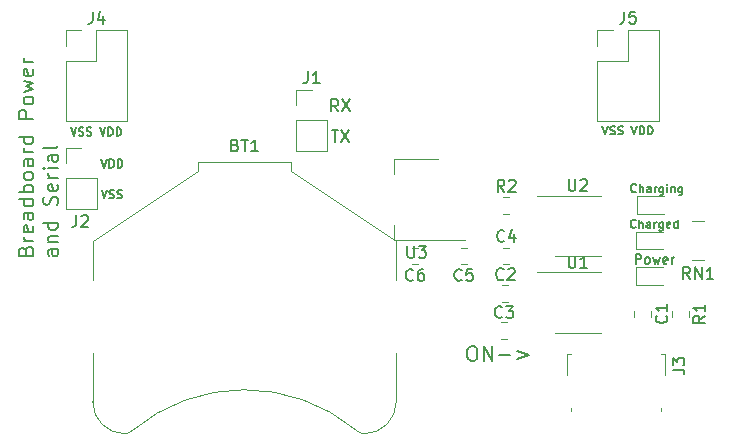
<source format=gbr>
G04 #@! TF.GenerationSoftware,KiCad,Pcbnew,5.1.2*
G04 #@! TF.CreationDate,2019-05-10T12:40:58-05:00*
G04 #@! TF.ProjectId,BreadboardPwr,42726561-6462-46f6-9172-645077722e6b,rev?*
G04 #@! TF.SameCoordinates,Original*
G04 #@! TF.FileFunction,Legend,Top*
G04 #@! TF.FilePolarity,Positive*
%FSLAX46Y46*%
G04 Gerber Fmt 4.6, Leading zero omitted, Abs format (unit mm)*
G04 Created by KiCad (PCBNEW 5.1.2) date 2019-05-10 12:40:58*
%MOMM*%
%LPD*%
G04 APERTURE LIST*
%ADD10C,0.150000*%
%ADD11C,0.200000*%
%ADD12C,0.120000*%
G04 APERTURE END LIST*
D10*
X142478571Y-123915476D02*
X142716666Y-123915476D01*
X142835714Y-123975000D01*
X142954761Y-124094047D01*
X143014285Y-124332142D01*
X143014285Y-124748809D01*
X142954761Y-124986904D01*
X142835714Y-125105952D01*
X142716666Y-125165476D01*
X142478571Y-125165476D01*
X142359523Y-125105952D01*
X142240476Y-124986904D01*
X142180952Y-124748809D01*
X142180952Y-124332142D01*
X142240476Y-124094047D01*
X142359523Y-123975000D01*
X142478571Y-123915476D01*
X143550000Y-125165476D02*
X143550000Y-123915476D01*
X144264285Y-125165476D01*
X144264285Y-123915476D01*
X144859523Y-124689285D02*
X145811904Y-124689285D01*
X146407142Y-124332142D02*
X147359523Y-124689285D01*
X146407142Y-125046428D01*
D11*
X104773214Y-115855714D02*
X104832738Y-115677142D01*
X104892261Y-115617619D01*
X105011309Y-115558095D01*
X105189880Y-115558095D01*
X105308928Y-115617619D01*
X105368452Y-115677142D01*
X105427976Y-115796190D01*
X105427976Y-116272380D01*
X104177976Y-116272380D01*
X104177976Y-115855714D01*
X104237500Y-115736666D01*
X104297023Y-115677142D01*
X104416071Y-115617619D01*
X104535119Y-115617619D01*
X104654166Y-115677142D01*
X104713690Y-115736666D01*
X104773214Y-115855714D01*
X104773214Y-116272380D01*
X105427976Y-115022380D02*
X104594642Y-115022380D01*
X104832738Y-115022380D02*
X104713690Y-114962857D01*
X104654166Y-114903333D01*
X104594642Y-114784285D01*
X104594642Y-114665238D01*
X105368452Y-113772380D02*
X105427976Y-113891428D01*
X105427976Y-114129523D01*
X105368452Y-114248571D01*
X105249404Y-114308095D01*
X104773214Y-114308095D01*
X104654166Y-114248571D01*
X104594642Y-114129523D01*
X104594642Y-113891428D01*
X104654166Y-113772380D01*
X104773214Y-113712857D01*
X104892261Y-113712857D01*
X105011309Y-114308095D01*
X105427976Y-112641428D02*
X104773214Y-112641428D01*
X104654166Y-112700952D01*
X104594642Y-112820000D01*
X104594642Y-113058095D01*
X104654166Y-113177142D01*
X105368452Y-112641428D02*
X105427976Y-112760476D01*
X105427976Y-113058095D01*
X105368452Y-113177142D01*
X105249404Y-113236666D01*
X105130357Y-113236666D01*
X105011309Y-113177142D01*
X104951785Y-113058095D01*
X104951785Y-112760476D01*
X104892261Y-112641428D01*
X105427976Y-111510476D02*
X104177976Y-111510476D01*
X105368452Y-111510476D02*
X105427976Y-111629523D01*
X105427976Y-111867619D01*
X105368452Y-111986666D01*
X105308928Y-112046190D01*
X105189880Y-112105714D01*
X104832738Y-112105714D01*
X104713690Y-112046190D01*
X104654166Y-111986666D01*
X104594642Y-111867619D01*
X104594642Y-111629523D01*
X104654166Y-111510476D01*
X105427976Y-110915238D02*
X104177976Y-110915238D01*
X104654166Y-110915238D02*
X104594642Y-110796190D01*
X104594642Y-110558095D01*
X104654166Y-110439047D01*
X104713690Y-110379523D01*
X104832738Y-110320000D01*
X105189880Y-110320000D01*
X105308928Y-110379523D01*
X105368452Y-110439047D01*
X105427976Y-110558095D01*
X105427976Y-110796190D01*
X105368452Y-110915238D01*
X105427976Y-109605714D02*
X105368452Y-109724761D01*
X105308928Y-109784285D01*
X105189880Y-109843809D01*
X104832738Y-109843809D01*
X104713690Y-109784285D01*
X104654166Y-109724761D01*
X104594642Y-109605714D01*
X104594642Y-109427142D01*
X104654166Y-109308095D01*
X104713690Y-109248571D01*
X104832738Y-109189047D01*
X105189880Y-109189047D01*
X105308928Y-109248571D01*
X105368452Y-109308095D01*
X105427976Y-109427142D01*
X105427976Y-109605714D01*
X105427976Y-108117619D02*
X104773214Y-108117619D01*
X104654166Y-108177142D01*
X104594642Y-108296190D01*
X104594642Y-108534285D01*
X104654166Y-108653333D01*
X105368452Y-108117619D02*
X105427976Y-108236666D01*
X105427976Y-108534285D01*
X105368452Y-108653333D01*
X105249404Y-108712857D01*
X105130357Y-108712857D01*
X105011309Y-108653333D01*
X104951785Y-108534285D01*
X104951785Y-108236666D01*
X104892261Y-108117619D01*
X105427976Y-107522380D02*
X104594642Y-107522380D01*
X104832738Y-107522380D02*
X104713690Y-107462857D01*
X104654166Y-107403333D01*
X104594642Y-107284285D01*
X104594642Y-107165238D01*
X105427976Y-106212857D02*
X104177976Y-106212857D01*
X105368452Y-106212857D02*
X105427976Y-106331904D01*
X105427976Y-106570000D01*
X105368452Y-106689047D01*
X105308928Y-106748571D01*
X105189880Y-106808095D01*
X104832738Y-106808095D01*
X104713690Y-106748571D01*
X104654166Y-106689047D01*
X104594642Y-106570000D01*
X104594642Y-106331904D01*
X104654166Y-106212857D01*
X105427976Y-104665238D02*
X104177976Y-104665238D01*
X104177976Y-104189047D01*
X104237500Y-104070000D01*
X104297023Y-104010476D01*
X104416071Y-103950952D01*
X104594642Y-103950952D01*
X104713690Y-104010476D01*
X104773214Y-104070000D01*
X104832738Y-104189047D01*
X104832738Y-104665238D01*
X105427976Y-103236666D02*
X105368452Y-103355714D01*
X105308928Y-103415238D01*
X105189880Y-103474761D01*
X104832738Y-103474761D01*
X104713690Y-103415238D01*
X104654166Y-103355714D01*
X104594642Y-103236666D01*
X104594642Y-103058095D01*
X104654166Y-102939047D01*
X104713690Y-102879523D01*
X104832738Y-102820000D01*
X105189880Y-102820000D01*
X105308928Y-102879523D01*
X105368452Y-102939047D01*
X105427976Y-103058095D01*
X105427976Y-103236666D01*
X104594642Y-102403333D02*
X105427976Y-102165238D01*
X104832738Y-101927142D01*
X105427976Y-101689047D01*
X104594642Y-101450952D01*
X105368452Y-100498571D02*
X105427976Y-100617619D01*
X105427976Y-100855714D01*
X105368452Y-100974761D01*
X105249404Y-101034285D01*
X104773214Y-101034285D01*
X104654166Y-100974761D01*
X104594642Y-100855714D01*
X104594642Y-100617619D01*
X104654166Y-100498571D01*
X104773214Y-100439047D01*
X104892261Y-100439047D01*
X105011309Y-101034285D01*
X105427976Y-99903333D02*
X104594642Y-99903333D01*
X104832738Y-99903333D02*
X104713690Y-99843809D01*
X104654166Y-99784285D01*
X104594642Y-99665238D01*
X104594642Y-99546190D01*
X107502976Y-115736666D02*
X106848214Y-115736666D01*
X106729166Y-115796190D01*
X106669642Y-115915238D01*
X106669642Y-116153333D01*
X106729166Y-116272380D01*
X107443452Y-115736666D02*
X107502976Y-115855714D01*
X107502976Y-116153333D01*
X107443452Y-116272380D01*
X107324404Y-116331904D01*
X107205357Y-116331904D01*
X107086309Y-116272380D01*
X107026785Y-116153333D01*
X107026785Y-115855714D01*
X106967261Y-115736666D01*
X106669642Y-115141428D02*
X107502976Y-115141428D01*
X106788690Y-115141428D02*
X106729166Y-115081904D01*
X106669642Y-114962857D01*
X106669642Y-114784285D01*
X106729166Y-114665238D01*
X106848214Y-114605714D01*
X107502976Y-114605714D01*
X107502976Y-113474761D02*
X106252976Y-113474761D01*
X107443452Y-113474761D02*
X107502976Y-113593809D01*
X107502976Y-113831904D01*
X107443452Y-113950952D01*
X107383928Y-114010476D01*
X107264880Y-114070000D01*
X106907738Y-114070000D01*
X106788690Y-114010476D01*
X106729166Y-113950952D01*
X106669642Y-113831904D01*
X106669642Y-113593809D01*
X106729166Y-113474761D01*
X107443452Y-111986666D02*
X107502976Y-111808095D01*
X107502976Y-111510476D01*
X107443452Y-111391428D01*
X107383928Y-111331904D01*
X107264880Y-111272380D01*
X107145833Y-111272380D01*
X107026785Y-111331904D01*
X106967261Y-111391428D01*
X106907738Y-111510476D01*
X106848214Y-111748571D01*
X106788690Y-111867619D01*
X106729166Y-111927142D01*
X106610119Y-111986666D01*
X106491071Y-111986666D01*
X106372023Y-111927142D01*
X106312500Y-111867619D01*
X106252976Y-111748571D01*
X106252976Y-111450952D01*
X106312500Y-111272380D01*
X107443452Y-110260476D02*
X107502976Y-110379523D01*
X107502976Y-110617619D01*
X107443452Y-110736666D01*
X107324404Y-110796190D01*
X106848214Y-110796190D01*
X106729166Y-110736666D01*
X106669642Y-110617619D01*
X106669642Y-110379523D01*
X106729166Y-110260476D01*
X106848214Y-110200952D01*
X106967261Y-110200952D01*
X107086309Y-110796190D01*
X107502976Y-109665238D02*
X106669642Y-109665238D01*
X106907738Y-109665238D02*
X106788690Y-109605714D01*
X106729166Y-109546190D01*
X106669642Y-109427142D01*
X106669642Y-109308095D01*
X107502976Y-108891428D02*
X106669642Y-108891428D01*
X106252976Y-108891428D02*
X106312500Y-108950952D01*
X106372023Y-108891428D01*
X106312500Y-108831904D01*
X106252976Y-108891428D01*
X106372023Y-108891428D01*
X107502976Y-107760476D02*
X106848214Y-107760476D01*
X106729166Y-107820000D01*
X106669642Y-107939047D01*
X106669642Y-108177142D01*
X106729166Y-108296190D01*
X107443452Y-107760476D02*
X107502976Y-107879523D01*
X107502976Y-108177142D01*
X107443452Y-108296190D01*
X107324404Y-108355714D01*
X107205357Y-108355714D01*
X107086309Y-108296190D01*
X107026785Y-108177142D01*
X107026785Y-107879523D01*
X106967261Y-107760476D01*
X107502976Y-106986666D02*
X107443452Y-107105714D01*
X107324404Y-107165238D01*
X106252976Y-107165238D01*
D10*
X111200000Y-110716666D02*
X111433333Y-111416666D01*
X111666666Y-110716666D01*
X111866666Y-111383333D02*
X111966666Y-111416666D01*
X112133333Y-111416666D01*
X112200000Y-111383333D01*
X112233333Y-111350000D01*
X112266666Y-111283333D01*
X112266666Y-111216666D01*
X112233333Y-111150000D01*
X112200000Y-111116666D01*
X112133333Y-111083333D01*
X112000000Y-111050000D01*
X111933333Y-111016666D01*
X111900000Y-110983333D01*
X111866666Y-110916666D01*
X111866666Y-110850000D01*
X111900000Y-110783333D01*
X111933333Y-110750000D01*
X112000000Y-110716666D01*
X112166666Y-110716666D01*
X112266666Y-110750000D01*
X112533333Y-111383333D02*
X112633333Y-111416666D01*
X112800000Y-111416666D01*
X112866666Y-111383333D01*
X112900000Y-111350000D01*
X112933333Y-111283333D01*
X112933333Y-111216666D01*
X112900000Y-111150000D01*
X112866666Y-111116666D01*
X112800000Y-111083333D01*
X112666666Y-111050000D01*
X112600000Y-111016666D01*
X112566666Y-110983333D01*
X112533333Y-110916666D01*
X112533333Y-110850000D01*
X112566666Y-110783333D01*
X112600000Y-110750000D01*
X112666666Y-110716666D01*
X112833333Y-110716666D01*
X112933333Y-110750000D01*
X111166666Y-108116666D02*
X111400000Y-108816666D01*
X111633333Y-108116666D01*
X111866666Y-108816666D02*
X111866666Y-108116666D01*
X112033333Y-108116666D01*
X112133333Y-108150000D01*
X112200000Y-108216666D01*
X112233333Y-108283333D01*
X112266666Y-108416666D01*
X112266666Y-108516666D01*
X112233333Y-108650000D01*
X112200000Y-108716666D01*
X112133333Y-108783333D01*
X112033333Y-108816666D01*
X111866666Y-108816666D01*
X112566666Y-108816666D02*
X112566666Y-108116666D01*
X112733333Y-108116666D01*
X112833333Y-108150000D01*
X112900000Y-108216666D01*
X112933333Y-108283333D01*
X112966666Y-108416666D01*
X112966666Y-108516666D01*
X112933333Y-108650000D01*
X112900000Y-108716666D01*
X112833333Y-108783333D01*
X112733333Y-108816666D01*
X112566666Y-108816666D01*
X111066666Y-105416666D02*
X111300000Y-106116666D01*
X111533333Y-105416666D01*
X111766666Y-106116666D02*
X111766666Y-105416666D01*
X111933333Y-105416666D01*
X112033333Y-105450000D01*
X112100000Y-105516666D01*
X112133333Y-105583333D01*
X112166666Y-105716666D01*
X112166666Y-105816666D01*
X112133333Y-105950000D01*
X112100000Y-106016666D01*
X112033333Y-106083333D01*
X111933333Y-106116666D01*
X111766666Y-106116666D01*
X112466666Y-106116666D02*
X112466666Y-105416666D01*
X112633333Y-105416666D01*
X112733333Y-105450000D01*
X112800000Y-105516666D01*
X112833333Y-105583333D01*
X112866666Y-105716666D01*
X112866666Y-105816666D01*
X112833333Y-105950000D01*
X112800000Y-106016666D01*
X112733333Y-106083333D01*
X112633333Y-106116666D01*
X112466666Y-106116666D01*
X108600000Y-105416666D02*
X108833333Y-106116666D01*
X109066666Y-105416666D01*
X109266666Y-106083333D02*
X109366666Y-106116666D01*
X109533333Y-106116666D01*
X109600000Y-106083333D01*
X109633333Y-106050000D01*
X109666666Y-105983333D01*
X109666666Y-105916666D01*
X109633333Y-105850000D01*
X109600000Y-105816666D01*
X109533333Y-105783333D01*
X109400000Y-105750000D01*
X109333333Y-105716666D01*
X109300000Y-105683333D01*
X109266666Y-105616666D01*
X109266666Y-105550000D01*
X109300000Y-105483333D01*
X109333333Y-105450000D01*
X109400000Y-105416666D01*
X109566666Y-105416666D01*
X109666666Y-105450000D01*
X109933333Y-106083333D02*
X110033333Y-106116666D01*
X110200000Y-106116666D01*
X110266666Y-106083333D01*
X110300000Y-106050000D01*
X110333333Y-105983333D01*
X110333333Y-105916666D01*
X110300000Y-105850000D01*
X110266666Y-105816666D01*
X110200000Y-105783333D01*
X110066666Y-105750000D01*
X110000000Y-105716666D01*
X109966666Y-105683333D01*
X109933333Y-105616666D01*
X109933333Y-105550000D01*
X109966666Y-105483333D01*
X110000000Y-105450000D01*
X110066666Y-105416666D01*
X110233333Y-105416666D01*
X110333333Y-105450000D01*
X156066666Y-105316666D02*
X156300000Y-106016666D01*
X156533333Y-105316666D01*
X156766666Y-106016666D02*
X156766666Y-105316666D01*
X156933333Y-105316666D01*
X157033333Y-105350000D01*
X157100000Y-105416666D01*
X157133333Y-105483333D01*
X157166666Y-105616666D01*
X157166666Y-105716666D01*
X157133333Y-105850000D01*
X157100000Y-105916666D01*
X157033333Y-105983333D01*
X156933333Y-106016666D01*
X156766666Y-106016666D01*
X157466666Y-106016666D02*
X157466666Y-105316666D01*
X157633333Y-105316666D01*
X157733333Y-105350000D01*
X157800000Y-105416666D01*
X157833333Y-105483333D01*
X157866666Y-105616666D01*
X157866666Y-105716666D01*
X157833333Y-105850000D01*
X157800000Y-105916666D01*
X157733333Y-105983333D01*
X157633333Y-106016666D01*
X157466666Y-106016666D01*
X153600000Y-105316666D02*
X153833333Y-106016666D01*
X154066666Y-105316666D01*
X154266666Y-105983333D02*
X154366666Y-106016666D01*
X154533333Y-106016666D01*
X154600000Y-105983333D01*
X154633333Y-105950000D01*
X154666666Y-105883333D01*
X154666666Y-105816666D01*
X154633333Y-105750000D01*
X154600000Y-105716666D01*
X154533333Y-105683333D01*
X154400000Y-105650000D01*
X154333333Y-105616666D01*
X154300000Y-105583333D01*
X154266666Y-105516666D01*
X154266666Y-105450000D01*
X154300000Y-105383333D01*
X154333333Y-105350000D01*
X154400000Y-105316666D01*
X154566666Y-105316666D01*
X154666666Y-105350000D01*
X154933333Y-105983333D02*
X155033333Y-106016666D01*
X155200000Y-106016666D01*
X155266666Y-105983333D01*
X155300000Y-105950000D01*
X155333333Y-105883333D01*
X155333333Y-105816666D01*
X155300000Y-105750000D01*
X155266666Y-105716666D01*
X155200000Y-105683333D01*
X155066666Y-105650000D01*
X155000000Y-105616666D01*
X154966666Y-105583333D01*
X154933333Y-105516666D01*
X154933333Y-105450000D01*
X154966666Y-105383333D01*
X155000000Y-105350000D01*
X155066666Y-105316666D01*
X155233333Y-105316666D01*
X155333333Y-105350000D01*
X156450000Y-110850000D02*
X156416666Y-110883333D01*
X156316666Y-110916666D01*
X156250000Y-110916666D01*
X156150000Y-110883333D01*
X156083333Y-110816666D01*
X156050000Y-110750000D01*
X156016666Y-110616666D01*
X156016666Y-110516666D01*
X156050000Y-110383333D01*
X156083333Y-110316666D01*
X156150000Y-110250000D01*
X156250000Y-110216666D01*
X156316666Y-110216666D01*
X156416666Y-110250000D01*
X156450000Y-110283333D01*
X156750000Y-110916666D02*
X156750000Y-110216666D01*
X157050000Y-110916666D02*
X157050000Y-110550000D01*
X157016666Y-110483333D01*
X156950000Y-110450000D01*
X156850000Y-110450000D01*
X156783333Y-110483333D01*
X156750000Y-110516666D01*
X157683333Y-110916666D02*
X157683333Y-110550000D01*
X157650000Y-110483333D01*
X157583333Y-110450000D01*
X157450000Y-110450000D01*
X157383333Y-110483333D01*
X157683333Y-110883333D02*
X157616666Y-110916666D01*
X157450000Y-110916666D01*
X157383333Y-110883333D01*
X157350000Y-110816666D01*
X157350000Y-110750000D01*
X157383333Y-110683333D01*
X157450000Y-110650000D01*
X157616666Y-110650000D01*
X157683333Y-110616666D01*
X158016666Y-110916666D02*
X158016666Y-110450000D01*
X158016666Y-110583333D02*
X158050000Y-110516666D01*
X158083333Y-110483333D01*
X158150000Y-110450000D01*
X158216666Y-110450000D01*
X158750000Y-110450000D02*
X158750000Y-111016666D01*
X158716666Y-111083333D01*
X158683333Y-111116666D01*
X158616666Y-111150000D01*
X158516666Y-111150000D01*
X158450000Y-111116666D01*
X158750000Y-110883333D02*
X158683333Y-110916666D01*
X158550000Y-110916666D01*
X158483333Y-110883333D01*
X158450000Y-110850000D01*
X158416666Y-110783333D01*
X158416666Y-110583333D01*
X158450000Y-110516666D01*
X158483333Y-110483333D01*
X158550000Y-110450000D01*
X158683333Y-110450000D01*
X158750000Y-110483333D01*
X159083333Y-110916666D02*
X159083333Y-110450000D01*
X159083333Y-110216666D02*
X159050000Y-110250000D01*
X159083333Y-110283333D01*
X159116666Y-110250000D01*
X159083333Y-110216666D01*
X159083333Y-110283333D01*
X159416666Y-110450000D02*
X159416666Y-110916666D01*
X159416666Y-110516666D02*
X159450000Y-110483333D01*
X159516666Y-110450000D01*
X159616666Y-110450000D01*
X159683333Y-110483333D01*
X159716666Y-110550000D01*
X159716666Y-110916666D01*
X160350000Y-110450000D02*
X160350000Y-111016666D01*
X160316666Y-111083333D01*
X160283333Y-111116666D01*
X160216666Y-111150000D01*
X160116666Y-111150000D01*
X160050000Y-111116666D01*
X160350000Y-110883333D02*
X160283333Y-110916666D01*
X160150000Y-110916666D01*
X160083333Y-110883333D01*
X160050000Y-110850000D01*
X160016666Y-110783333D01*
X160016666Y-110583333D01*
X160050000Y-110516666D01*
X160083333Y-110483333D01*
X160150000Y-110450000D01*
X160283333Y-110450000D01*
X160350000Y-110483333D01*
X156433333Y-113850000D02*
X156400000Y-113883333D01*
X156300000Y-113916666D01*
X156233333Y-113916666D01*
X156133333Y-113883333D01*
X156066666Y-113816666D01*
X156033333Y-113750000D01*
X156000000Y-113616666D01*
X156000000Y-113516666D01*
X156033333Y-113383333D01*
X156066666Y-113316666D01*
X156133333Y-113250000D01*
X156233333Y-113216666D01*
X156300000Y-113216666D01*
X156400000Y-113250000D01*
X156433333Y-113283333D01*
X156733333Y-113916666D02*
X156733333Y-113216666D01*
X157033333Y-113916666D02*
X157033333Y-113550000D01*
X157000000Y-113483333D01*
X156933333Y-113450000D01*
X156833333Y-113450000D01*
X156766666Y-113483333D01*
X156733333Y-113516666D01*
X157666666Y-113916666D02*
X157666666Y-113550000D01*
X157633333Y-113483333D01*
X157566666Y-113450000D01*
X157433333Y-113450000D01*
X157366666Y-113483333D01*
X157666666Y-113883333D02*
X157600000Y-113916666D01*
X157433333Y-113916666D01*
X157366666Y-113883333D01*
X157333333Y-113816666D01*
X157333333Y-113750000D01*
X157366666Y-113683333D01*
X157433333Y-113650000D01*
X157600000Y-113650000D01*
X157666666Y-113616666D01*
X158000000Y-113916666D02*
X158000000Y-113450000D01*
X158000000Y-113583333D02*
X158033333Y-113516666D01*
X158066666Y-113483333D01*
X158133333Y-113450000D01*
X158200000Y-113450000D01*
X158733333Y-113450000D02*
X158733333Y-114016666D01*
X158700000Y-114083333D01*
X158666666Y-114116666D01*
X158600000Y-114150000D01*
X158500000Y-114150000D01*
X158433333Y-114116666D01*
X158733333Y-113883333D02*
X158666666Y-113916666D01*
X158533333Y-113916666D01*
X158466666Y-113883333D01*
X158433333Y-113850000D01*
X158400000Y-113783333D01*
X158400000Y-113583333D01*
X158433333Y-113516666D01*
X158466666Y-113483333D01*
X158533333Y-113450000D01*
X158666666Y-113450000D01*
X158733333Y-113483333D01*
X159333333Y-113883333D02*
X159266666Y-113916666D01*
X159133333Y-113916666D01*
X159066666Y-113883333D01*
X159033333Y-113816666D01*
X159033333Y-113550000D01*
X159066666Y-113483333D01*
X159133333Y-113450000D01*
X159266666Y-113450000D01*
X159333333Y-113483333D01*
X159366666Y-113550000D01*
X159366666Y-113616666D01*
X159033333Y-113683333D01*
X159966666Y-113916666D02*
X159966666Y-113216666D01*
X159966666Y-113883333D02*
X159900000Y-113916666D01*
X159766666Y-113916666D01*
X159700000Y-113883333D01*
X159666666Y-113850000D01*
X159633333Y-113783333D01*
X159633333Y-113583333D01*
X159666666Y-113516666D01*
X159700000Y-113483333D01*
X159766666Y-113450000D01*
X159900000Y-113450000D01*
X159966666Y-113483333D01*
X156419047Y-116961904D02*
X156419047Y-116161904D01*
X156723809Y-116161904D01*
X156800000Y-116200000D01*
X156838095Y-116238095D01*
X156876190Y-116314285D01*
X156876190Y-116428571D01*
X156838095Y-116504761D01*
X156800000Y-116542857D01*
X156723809Y-116580952D01*
X156419047Y-116580952D01*
X157333333Y-116961904D02*
X157257142Y-116923809D01*
X157219047Y-116885714D01*
X157180952Y-116809523D01*
X157180952Y-116580952D01*
X157219047Y-116504761D01*
X157257142Y-116466666D01*
X157333333Y-116428571D01*
X157447619Y-116428571D01*
X157523809Y-116466666D01*
X157561904Y-116504761D01*
X157600000Y-116580952D01*
X157600000Y-116809523D01*
X157561904Y-116885714D01*
X157523809Y-116923809D01*
X157447619Y-116961904D01*
X157333333Y-116961904D01*
X157866666Y-116428571D02*
X158019047Y-116961904D01*
X158171428Y-116580952D01*
X158323809Y-116961904D01*
X158476190Y-116428571D01*
X159085714Y-116923809D02*
X159009523Y-116961904D01*
X158857142Y-116961904D01*
X158780952Y-116923809D01*
X158742857Y-116847619D01*
X158742857Y-116542857D01*
X158780952Y-116466666D01*
X158857142Y-116428571D01*
X159009523Y-116428571D01*
X159085714Y-116466666D01*
X159123809Y-116542857D01*
X159123809Y-116619047D01*
X158742857Y-116695238D01*
X159466666Y-116961904D02*
X159466666Y-116428571D01*
X159466666Y-116580952D02*
X159504761Y-116504761D01*
X159542857Y-116466666D01*
X159619047Y-116428571D01*
X159695238Y-116428571D01*
X130688095Y-105652380D02*
X131259523Y-105652380D01*
X130973809Y-106652380D02*
X130973809Y-105652380D01*
X131497619Y-105652380D02*
X132164285Y-106652380D01*
X132164285Y-105652380D02*
X131497619Y-106652380D01*
X131233333Y-104052380D02*
X130900000Y-103576190D01*
X130661904Y-104052380D02*
X130661904Y-103052380D01*
X131042857Y-103052380D01*
X131138095Y-103100000D01*
X131185714Y-103147619D01*
X131233333Y-103242857D01*
X131233333Y-103385714D01*
X131185714Y-103480952D01*
X131138095Y-103528571D01*
X131042857Y-103576190D01*
X130661904Y-103576190D01*
X131566666Y-103052380D02*
X132233333Y-104052380D01*
X132233333Y-103052380D02*
X131566666Y-104052380D01*
D12*
X158800000Y-111265000D02*
X156515000Y-111265000D01*
X156515000Y-111265000D02*
X156515000Y-112735000D01*
X156515000Y-112735000D02*
X158800000Y-112735000D01*
X156477500Y-115735000D02*
X158762500Y-115735000D01*
X156477500Y-114265000D02*
X156477500Y-115735000D01*
X158762500Y-114265000D02*
X156477500Y-114265000D01*
X158762500Y-117265000D02*
X156477500Y-117265000D01*
X156477500Y-117265000D02*
X156477500Y-118735000D01*
X156477500Y-118735000D02*
X158762500Y-118735000D01*
X108170000Y-104910000D02*
X113370000Y-104910000D01*
X108170000Y-99770000D02*
X108170000Y-104910000D01*
X113370000Y-97170000D02*
X113370000Y-104910000D01*
X108170000Y-99770000D02*
X110770000Y-99770000D01*
X110770000Y-99770000D02*
X110770000Y-97170000D01*
X110770000Y-97170000D02*
X113370000Y-97170000D01*
X108170000Y-98500000D02*
X108170000Y-97170000D01*
X108170000Y-97170000D02*
X109500000Y-97170000D01*
X153170000Y-97170000D02*
X154500000Y-97170000D01*
X153170000Y-98500000D02*
X153170000Y-97170000D01*
X155770000Y-97170000D02*
X158370000Y-97170000D01*
X155770000Y-99770000D02*
X155770000Y-97170000D01*
X153170000Y-99770000D02*
X155770000Y-99770000D01*
X158370000Y-97170000D02*
X158370000Y-104910000D01*
X153170000Y-99770000D02*
X153170000Y-104910000D01*
X153170000Y-104910000D02*
X158370000Y-104910000D01*
X161200000Y-113320000D02*
X162200000Y-113320000D01*
X161200000Y-116680000D02*
X162200000Y-116680000D01*
X132740444Y-131038071D02*
G75*
G03X113750000Y-131130000I-9440444J-11361929D01*
G01*
X132778249Y-131071751D02*
G75*
G03X133450000Y-131350000I671751J671751D01*
G01*
X113821751Y-131071751D02*
G75*
G02X113150000Y-131350000I-671751J671751D01*
G01*
X110450000Y-128650000D02*
G75*
G03X113150000Y-131350000I2700000J0D01*
G01*
X136150000Y-128650000D02*
G75*
G02X133450000Y-131350000I-2700000J0D01*
G01*
X136150000Y-124500000D02*
X136150000Y-128700000D01*
X110450000Y-124500000D02*
X110450000Y-128700000D01*
X136150000Y-115000000D02*
X136150000Y-118300000D01*
X127250000Y-109150000D02*
X136150000Y-115000000D01*
X127250000Y-108350000D02*
X127250000Y-109150000D01*
X119350000Y-108350000D02*
X127250000Y-108350000D01*
X119350000Y-108350000D02*
X119350000Y-109150000D01*
X119350000Y-109150000D02*
X110450000Y-115000000D01*
X110450000Y-115000000D02*
X110450000Y-118300000D01*
X157710000Y-120928922D02*
X157710000Y-121446078D01*
X156290000Y-120928922D02*
X156290000Y-121446078D01*
X145596078Y-118790000D02*
X145078922Y-118790000D01*
X145596078Y-120210000D02*
X145078922Y-120210000D01*
X145003922Y-121890000D02*
X145521078Y-121890000D01*
X145003922Y-123310000D02*
X145521078Y-123310000D01*
X145203922Y-117010000D02*
X145721078Y-117010000D01*
X145203922Y-115590000D02*
X145721078Y-115590000D01*
X142121078Y-115590000D02*
X141603922Y-115590000D01*
X142121078Y-117010000D02*
X141603922Y-117010000D01*
X137996078Y-117010000D02*
X137478922Y-117010000D01*
X137996078Y-115590000D02*
X137478922Y-115590000D01*
X127670000Y-107430000D02*
X130330000Y-107430000D01*
X127670000Y-104830000D02*
X127670000Y-107430000D01*
X130330000Y-104830000D02*
X130330000Y-107430000D01*
X127670000Y-104830000D02*
X130330000Y-104830000D01*
X127670000Y-103560000D02*
X127670000Y-102230000D01*
X127670000Y-102230000D02*
X129000000Y-102230000D01*
X108170000Y-107130000D02*
X109500000Y-107130000D01*
X108170000Y-108460000D02*
X108170000Y-107130000D01*
X108170000Y-109730000D02*
X110830000Y-109730000D01*
X110830000Y-109730000D02*
X110830000Y-112330000D01*
X108170000Y-109730000D02*
X108170000Y-112330000D01*
X108170000Y-112330000D02*
X110830000Y-112330000D01*
X150940000Y-129400000D02*
X150940000Y-129140000D01*
X150590000Y-126360000D02*
X150590000Y-124590000D01*
X150590000Y-124590000D02*
X150970000Y-124590000D01*
X158910000Y-124590000D02*
X158910000Y-126360000D01*
X158560000Y-129140000D02*
X158560000Y-129400000D01*
X158910000Y-124590000D02*
X158530000Y-124590000D01*
X160910000Y-120941422D02*
X160910000Y-121458578D01*
X159490000Y-120941422D02*
X159490000Y-121458578D01*
X145721078Y-111290000D02*
X145203922Y-111290000D01*
X145721078Y-112710000D02*
X145203922Y-112710000D01*
X151500000Y-122810000D02*
X153450000Y-122810000D01*
X151500000Y-122810000D02*
X149550000Y-122810000D01*
X151500000Y-117690000D02*
X153450000Y-117690000D01*
X151500000Y-117690000D02*
X148050000Y-117690000D01*
X151500000Y-116310000D02*
X153450000Y-116310000D01*
X151500000Y-116310000D02*
X149550000Y-116310000D01*
X151500000Y-111190000D02*
X153450000Y-111190000D01*
X151500000Y-111190000D02*
X148050000Y-111190000D01*
X135940000Y-108090000D02*
X135940000Y-109350000D01*
X135940000Y-114910000D02*
X135940000Y-113650000D01*
X139700000Y-108090000D02*
X135940000Y-108090000D01*
X141950000Y-114910000D02*
X135940000Y-114910000D01*
D10*
X110436666Y-95622380D02*
X110436666Y-96336666D01*
X110389047Y-96479523D01*
X110293809Y-96574761D01*
X110150952Y-96622380D01*
X110055714Y-96622380D01*
X111341428Y-95955714D02*
X111341428Y-96622380D01*
X111103333Y-95574761D02*
X110865238Y-96289047D01*
X111484285Y-96289047D01*
X155436666Y-95622380D02*
X155436666Y-96336666D01*
X155389047Y-96479523D01*
X155293809Y-96574761D01*
X155150952Y-96622380D01*
X155055714Y-96622380D01*
X156389047Y-95622380D02*
X155912857Y-95622380D01*
X155865238Y-96098571D01*
X155912857Y-96050952D01*
X156008095Y-96003333D01*
X156246190Y-96003333D01*
X156341428Y-96050952D01*
X156389047Y-96098571D01*
X156436666Y-96193809D01*
X156436666Y-96431904D01*
X156389047Y-96527142D01*
X156341428Y-96574761D01*
X156246190Y-96622380D01*
X156008095Y-96622380D01*
X155912857Y-96574761D01*
X155865238Y-96527142D01*
X161009523Y-118252380D02*
X160676190Y-117776190D01*
X160438095Y-118252380D02*
X160438095Y-117252380D01*
X160819047Y-117252380D01*
X160914285Y-117300000D01*
X160961904Y-117347619D01*
X161009523Y-117442857D01*
X161009523Y-117585714D01*
X160961904Y-117680952D01*
X160914285Y-117728571D01*
X160819047Y-117776190D01*
X160438095Y-117776190D01*
X161438095Y-118252380D02*
X161438095Y-117252380D01*
X162009523Y-118252380D01*
X162009523Y-117252380D01*
X163009523Y-118252380D02*
X162438095Y-118252380D01*
X162723809Y-118252380D02*
X162723809Y-117252380D01*
X162628571Y-117395238D01*
X162533333Y-117490476D01*
X162438095Y-117538095D01*
X122514285Y-106928571D02*
X122657142Y-106976190D01*
X122704761Y-107023809D01*
X122752380Y-107119047D01*
X122752380Y-107261904D01*
X122704761Y-107357142D01*
X122657142Y-107404761D01*
X122561904Y-107452380D01*
X122180952Y-107452380D01*
X122180952Y-106452380D01*
X122514285Y-106452380D01*
X122609523Y-106500000D01*
X122657142Y-106547619D01*
X122704761Y-106642857D01*
X122704761Y-106738095D01*
X122657142Y-106833333D01*
X122609523Y-106880952D01*
X122514285Y-106928571D01*
X122180952Y-106928571D01*
X123038095Y-106452380D02*
X123609523Y-106452380D01*
X123323809Y-107452380D02*
X123323809Y-106452380D01*
X124466666Y-107452380D02*
X123895238Y-107452380D01*
X124180952Y-107452380D02*
X124180952Y-106452380D01*
X124085714Y-106595238D01*
X123990476Y-106690476D01*
X123895238Y-106738095D01*
X159007142Y-121354166D02*
X159054761Y-121401785D01*
X159102380Y-121544642D01*
X159102380Y-121639880D01*
X159054761Y-121782738D01*
X158959523Y-121877976D01*
X158864285Y-121925595D01*
X158673809Y-121973214D01*
X158530952Y-121973214D01*
X158340476Y-121925595D01*
X158245238Y-121877976D01*
X158150000Y-121782738D01*
X158102380Y-121639880D01*
X158102380Y-121544642D01*
X158150000Y-121401785D01*
X158197619Y-121354166D01*
X159102380Y-120401785D02*
X159102380Y-120973214D01*
X159102380Y-120687500D02*
X158102380Y-120687500D01*
X158245238Y-120782738D01*
X158340476Y-120877976D01*
X158388095Y-120973214D01*
X145233333Y-118257142D02*
X145185714Y-118304761D01*
X145042857Y-118352380D01*
X144947619Y-118352380D01*
X144804761Y-118304761D01*
X144709523Y-118209523D01*
X144661904Y-118114285D01*
X144614285Y-117923809D01*
X144614285Y-117780952D01*
X144661904Y-117590476D01*
X144709523Y-117495238D01*
X144804761Y-117400000D01*
X144947619Y-117352380D01*
X145042857Y-117352380D01*
X145185714Y-117400000D01*
X145233333Y-117447619D01*
X145614285Y-117447619D02*
X145661904Y-117400000D01*
X145757142Y-117352380D01*
X145995238Y-117352380D01*
X146090476Y-117400000D01*
X146138095Y-117447619D01*
X146185714Y-117542857D01*
X146185714Y-117638095D01*
X146138095Y-117780952D01*
X145566666Y-118352380D01*
X146185714Y-118352380D01*
X145095833Y-121457142D02*
X145048214Y-121504761D01*
X144905357Y-121552380D01*
X144810119Y-121552380D01*
X144667261Y-121504761D01*
X144572023Y-121409523D01*
X144524404Y-121314285D01*
X144476785Y-121123809D01*
X144476785Y-120980952D01*
X144524404Y-120790476D01*
X144572023Y-120695238D01*
X144667261Y-120600000D01*
X144810119Y-120552380D01*
X144905357Y-120552380D01*
X145048214Y-120600000D01*
X145095833Y-120647619D01*
X145429166Y-120552380D02*
X146048214Y-120552380D01*
X145714880Y-120933333D01*
X145857738Y-120933333D01*
X145952976Y-120980952D01*
X146000595Y-121028571D01*
X146048214Y-121123809D01*
X146048214Y-121361904D01*
X146000595Y-121457142D01*
X145952976Y-121504761D01*
X145857738Y-121552380D01*
X145572023Y-121552380D01*
X145476785Y-121504761D01*
X145429166Y-121457142D01*
X145295833Y-115007142D02*
X145248214Y-115054761D01*
X145105357Y-115102380D01*
X145010119Y-115102380D01*
X144867261Y-115054761D01*
X144772023Y-114959523D01*
X144724404Y-114864285D01*
X144676785Y-114673809D01*
X144676785Y-114530952D01*
X144724404Y-114340476D01*
X144772023Y-114245238D01*
X144867261Y-114150000D01*
X145010119Y-114102380D01*
X145105357Y-114102380D01*
X145248214Y-114150000D01*
X145295833Y-114197619D01*
X146152976Y-114435714D02*
X146152976Y-115102380D01*
X145914880Y-114054761D02*
X145676785Y-114769047D01*
X146295833Y-114769047D01*
X141695833Y-118307142D02*
X141648214Y-118354761D01*
X141505357Y-118402380D01*
X141410119Y-118402380D01*
X141267261Y-118354761D01*
X141172023Y-118259523D01*
X141124404Y-118164285D01*
X141076785Y-117973809D01*
X141076785Y-117830952D01*
X141124404Y-117640476D01*
X141172023Y-117545238D01*
X141267261Y-117450000D01*
X141410119Y-117402380D01*
X141505357Y-117402380D01*
X141648214Y-117450000D01*
X141695833Y-117497619D01*
X142600595Y-117402380D02*
X142124404Y-117402380D01*
X142076785Y-117878571D01*
X142124404Y-117830952D01*
X142219642Y-117783333D01*
X142457738Y-117783333D01*
X142552976Y-117830952D01*
X142600595Y-117878571D01*
X142648214Y-117973809D01*
X142648214Y-118211904D01*
X142600595Y-118307142D01*
X142552976Y-118354761D01*
X142457738Y-118402380D01*
X142219642Y-118402380D01*
X142124404Y-118354761D01*
X142076785Y-118307142D01*
X137570833Y-118307142D02*
X137523214Y-118354761D01*
X137380357Y-118402380D01*
X137285119Y-118402380D01*
X137142261Y-118354761D01*
X137047023Y-118259523D01*
X136999404Y-118164285D01*
X136951785Y-117973809D01*
X136951785Y-117830952D01*
X136999404Y-117640476D01*
X137047023Y-117545238D01*
X137142261Y-117450000D01*
X137285119Y-117402380D01*
X137380357Y-117402380D01*
X137523214Y-117450000D01*
X137570833Y-117497619D01*
X138427976Y-117402380D02*
X138237500Y-117402380D01*
X138142261Y-117450000D01*
X138094642Y-117497619D01*
X137999404Y-117640476D01*
X137951785Y-117830952D01*
X137951785Y-118211904D01*
X137999404Y-118307142D01*
X138047023Y-118354761D01*
X138142261Y-118402380D01*
X138332738Y-118402380D01*
X138427976Y-118354761D01*
X138475595Y-118307142D01*
X138523214Y-118211904D01*
X138523214Y-117973809D01*
X138475595Y-117878571D01*
X138427976Y-117830952D01*
X138332738Y-117783333D01*
X138142261Y-117783333D01*
X138047023Y-117830952D01*
X137999404Y-117878571D01*
X137951785Y-117973809D01*
X128666666Y-100682380D02*
X128666666Y-101396666D01*
X128619047Y-101539523D01*
X128523809Y-101634761D01*
X128380952Y-101682380D01*
X128285714Y-101682380D01*
X129666666Y-101682380D02*
X129095238Y-101682380D01*
X129380952Y-101682380D02*
X129380952Y-100682380D01*
X129285714Y-100825238D01*
X129190476Y-100920476D01*
X129095238Y-100968095D01*
X109066666Y-112852380D02*
X109066666Y-113566666D01*
X109019047Y-113709523D01*
X108923809Y-113804761D01*
X108780952Y-113852380D01*
X108685714Y-113852380D01*
X109495238Y-112947619D02*
X109542857Y-112900000D01*
X109638095Y-112852380D01*
X109876190Y-112852380D01*
X109971428Y-112900000D01*
X110019047Y-112947619D01*
X110066666Y-113042857D01*
X110066666Y-113138095D01*
X110019047Y-113280952D01*
X109447619Y-113852380D01*
X110066666Y-113852380D01*
X159552380Y-125933333D02*
X160266666Y-125933333D01*
X160409523Y-125980952D01*
X160504761Y-126076190D01*
X160552380Y-126219047D01*
X160552380Y-126314285D01*
X159552380Y-125552380D02*
X159552380Y-124933333D01*
X159933333Y-125266666D01*
X159933333Y-125123809D01*
X159980952Y-125028571D01*
X160028571Y-124980952D01*
X160123809Y-124933333D01*
X160361904Y-124933333D01*
X160457142Y-124980952D01*
X160504761Y-125028571D01*
X160552380Y-125123809D01*
X160552380Y-125409523D01*
X160504761Y-125504761D01*
X160457142Y-125552380D01*
X162302380Y-121366666D02*
X161826190Y-121700000D01*
X162302380Y-121938095D02*
X161302380Y-121938095D01*
X161302380Y-121557142D01*
X161350000Y-121461904D01*
X161397619Y-121414285D01*
X161492857Y-121366666D01*
X161635714Y-121366666D01*
X161730952Y-121414285D01*
X161778571Y-121461904D01*
X161826190Y-121557142D01*
X161826190Y-121938095D01*
X162302380Y-120414285D02*
X162302380Y-120985714D01*
X162302380Y-120700000D02*
X161302380Y-120700000D01*
X161445238Y-120795238D01*
X161540476Y-120890476D01*
X161588095Y-120985714D01*
X145295833Y-110852380D02*
X144962500Y-110376190D01*
X144724404Y-110852380D02*
X144724404Y-109852380D01*
X145105357Y-109852380D01*
X145200595Y-109900000D01*
X145248214Y-109947619D01*
X145295833Y-110042857D01*
X145295833Y-110185714D01*
X145248214Y-110280952D01*
X145200595Y-110328571D01*
X145105357Y-110376190D01*
X144724404Y-110376190D01*
X145676785Y-109947619D02*
X145724404Y-109900000D01*
X145819642Y-109852380D01*
X146057738Y-109852380D01*
X146152976Y-109900000D01*
X146200595Y-109947619D01*
X146248214Y-110042857D01*
X146248214Y-110138095D01*
X146200595Y-110280952D01*
X145629166Y-110852380D01*
X146248214Y-110852380D01*
X150738095Y-116302380D02*
X150738095Y-117111904D01*
X150785714Y-117207142D01*
X150833333Y-117254761D01*
X150928571Y-117302380D01*
X151119047Y-117302380D01*
X151214285Y-117254761D01*
X151261904Y-117207142D01*
X151309523Y-117111904D01*
X151309523Y-116302380D01*
X152309523Y-117302380D02*
X151738095Y-117302380D01*
X152023809Y-117302380D02*
X152023809Y-116302380D01*
X151928571Y-116445238D01*
X151833333Y-116540476D01*
X151738095Y-116588095D01*
X150738095Y-109802380D02*
X150738095Y-110611904D01*
X150785714Y-110707142D01*
X150833333Y-110754761D01*
X150928571Y-110802380D01*
X151119047Y-110802380D01*
X151214285Y-110754761D01*
X151261904Y-110707142D01*
X151309523Y-110611904D01*
X151309523Y-109802380D01*
X151738095Y-109897619D02*
X151785714Y-109850000D01*
X151880952Y-109802380D01*
X152119047Y-109802380D01*
X152214285Y-109850000D01*
X152261904Y-109897619D01*
X152309523Y-109992857D01*
X152309523Y-110088095D01*
X152261904Y-110230952D01*
X151690476Y-110802380D01*
X152309523Y-110802380D01*
X137088095Y-115452380D02*
X137088095Y-116261904D01*
X137135714Y-116357142D01*
X137183333Y-116404761D01*
X137278571Y-116452380D01*
X137469047Y-116452380D01*
X137564285Y-116404761D01*
X137611904Y-116357142D01*
X137659523Y-116261904D01*
X137659523Y-115452380D01*
X138040476Y-115452380D02*
X138659523Y-115452380D01*
X138326190Y-115833333D01*
X138469047Y-115833333D01*
X138564285Y-115880952D01*
X138611904Y-115928571D01*
X138659523Y-116023809D01*
X138659523Y-116261904D01*
X138611904Y-116357142D01*
X138564285Y-116404761D01*
X138469047Y-116452380D01*
X138183333Y-116452380D01*
X138088095Y-116404761D01*
X138040476Y-116357142D01*
M02*

</source>
